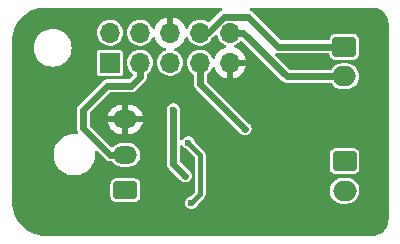
<source format=gbl>
G04 #@! TF.GenerationSoftware,KiCad,Pcbnew,(7.0.0)*
G04 #@! TF.CreationDate,2023-03-25T16:30:21+01:00*
G04 #@! TF.ProjectId,PowerPCB,506f7765-7250-4434-922e-6b696361645f,rev?*
G04 #@! TF.SameCoordinates,Original*
G04 #@! TF.FileFunction,Copper,L2,Bot*
G04 #@! TF.FilePolarity,Positive*
%FSLAX46Y46*%
G04 Gerber Fmt 4.6, Leading zero omitted, Abs format (unit mm)*
G04 Created by KiCad (PCBNEW (7.0.0)) date 2023-03-25 16:30:21*
%MOMM*%
%LPD*%
G01*
G04 APERTURE LIST*
G04 Aperture macros list*
%AMRoundRect*
0 Rectangle with rounded corners*
0 $1 Rounding radius*
0 $2 $3 $4 $5 $6 $7 $8 $9 X,Y pos of 4 corners*
0 Add a 4 corners polygon primitive as box body*
4,1,4,$2,$3,$4,$5,$6,$7,$8,$9,$2,$3,0*
0 Add four circle primitives for the rounded corners*
1,1,$1+$1,$2,$3*
1,1,$1+$1,$4,$5*
1,1,$1+$1,$6,$7*
1,1,$1+$1,$8,$9*
0 Add four rect primitives between the rounded corners*
20,1,$1+$1,$2,$3,$4,$5,0*
20,1,$1+$1,$4,$5,$6,$7,0*
20,1,$1+$1,$6,$7,$8,$9,0*
20,1,$1+$1,$8,$9,$2,$3,0*%
G04 Aperture macros list end*
G04 #@! TA.AperFunction,ComponentPad*
%ADD10RoundRect,0.250000X-0.750000X0.600000X-0.750000X-0.600000X0.750000X-0.600000X0.750000X0.600000X0*%
G04 #@! TD*
G04 #@! TA.AperFunction,ComponentPad*
%ADD11O,2.000000X1.700000*%
G04 #@! TD*
G04 #@! TA.AperFunction,ComponentPad*
%ADD12RoundRect,0.250001X0.759999X-0.499999X0.759999X0.499999X-0.759999X0.499999X-0.759999X-0.499999X0*%
G04 #@! TD*
G04 #@! TA.AperFunction,ComponentPad*
%ADD13O,2.020000X1.500000*%
G04 #@! TD*
G04 #@! TA.AperFunction,ComponentPad*
%ADD14R,1.700000X1.700000*%
G04 #@! TD*
G04 #@! TA.AperFunction,ComponentPad*
%ADD15O,1.700000X1.700000*%
G04 #@! TD*
G04 #@! TA.AperFunction,ViaPad*
%ADD16C,0.600000*%
G04 #@! TD*
G04 #@! TA.AperFunction,Conductor*
%ADD17C,0.600000*%
G04 #@! TD*
G04 #@! TA.AperFunction,Conductor*
%ADD18C,0.400000*%
G04 #@! TD*
G04 APERTURE END LIST*
D10*
X128211000Y-57094000D03*
D11*
X128210999Y-59593999D03*
D12*
X109654000Y-59566000D03*
D13*
X109653999Y-56565999D03*
X109653999Y-53565999D03*
D10*
X128194000Y-47422000D03*
D11*
X128193999Y-49921999D03*
D14*
X108369999Y-48769999D03*
D15*
X108369999Y-46229999D03*
X110909999Y-48769999D03*
X110909999Y-46229999D03*
X113449999Y-48769999D03*
X113449999Y-46229999D03*
X115989999Y-48769999D03*
X115989999Y-46229999D03*
X118529999Y-48769999D03*
X118529999Y-46229999D03*
D16*
X120047250Y-55804000D03*
X117272000Y-58500000D03*
X114732000Y-58344000D03*
X113716000Y-52756000D03*
X119793250Y-54355250D03*
X114986000Y-55550000D03*
X115240000Y-60630000D03*
D17*
X113716000Y-52756000D02*
X113716000Y-57328000D01*
X113716000Y-57328000D02*
X114732000Y-58344000D01*
X110160000Y-50724000D02*
X110910000Y-49974000D01*
X110910000Y-49974000D02*
X110910000Y-48770000D01*
X109654000Y-56566000D02*
X108382000Y-56566000D01*
X108382000Y-56566000D02*
X106096000Y-54280000D01*
X108128000Y-50724000D02*
X110160000Y-50724000D01*
X106096000Y-52756000D02*
X108128000Y-50724000D01*
X106096000Y-54280000D02*
X106096000Y-52756000D01*
X113450000Y-48770000D02*
X113655370Y-48770000D01*
X115990000Y-50552000D02*
X119793250Y-54355250D01*
X115990000Y-48770000D02*
X115990000Y-50552000D01*
X122606000Y-47422000D02*
X128194000Y-47422000D01*
X117970811Y-44880000D02*
X120064000Y-44880000D01*
X120064000Y-44880000D02*
X122606000Y-47422000D01*
X116620811Y-46230000D02*
X117970811Y-44880000D01*
X115990000Y-46230000D02*
X116620811Y-46230000D01*
X118530000Y-46230000D02*
X119636000Y-46230000D01*
X123328000Y-49922000D02*
X128194000Y-49922000D01*
X119636000Y-46230000D02*
X123328000Y-49922000D01*
D18*
X114986000Y-55550000D02*
X116002000Y-56566000D01*
X116002000Y-59868000D02*
X115240000Y-60630000D01*
X116002000Y-56566000D02*
X116002000Y-59868000D01*
G04 #@! TA.AperFunction,Conductor*
G36*
X117799182Y-44138495D02*
G01*
X117844898Y-44188461D01*
X117857543Y-44254995D01*
X117833344Y-44318249D01*
X117779520Y-44359355D01*
X117775198Y-44361059D01*
X117766959Y-44363067D01*
X117759568Y-44367222D01*
X117759564Y-44367224D01*
X117731144Y-44383203D01*
X117719780Y-44388847D01*
X117689872Y-44401839D01*
X117689866Y-44401842D01*
X117682091Y-44405220D01*
X117675515Y-44410569D01*
X117675513Y-44410571D01*
X117668169Y-44416546D01*
X117650694Y-44428439D01*
X117642446Y-44433076D01*
X117642438Y-44433081D01*
X117635052Y-44437235D01*
X117629061Y-44443225D01*
X117629050Y-44443234D01*
X117605994Y-44466290D01*
X117596574Y-44474792D01*
X117587138Y-44482469D01*
X117564703Y-44500722D01*
X117559816Y-44507644D01*
X117559813Y-44507648D01*
X117554350Y-44515388D01*
X117540731Y-44531554D01*
X116767628Y-45304657D01*
X116721159Y-45333927D01*
X116666606Y-45340256D01*
X116614670Y-45322403D01*
X116487511Y-45243670D01*
X116487512Y-45243670D01*
X116482637Y-45240652D01*
X116477294Y-45238582D01*
X116297803Y-45169047D01*
X116297798Y-45169045D01*
X116292456Y-45166976D01*
X116286818Y-45165922D01*
X116097605Y-45130552D01*
X116097602Y-45130551D01*
X116091976Y-45129500D01*
X115888024Y-45129500D01*
X115882398Y-45130551D01*
X115882394Y-45130552D01*
X115693181Y-45165922D01*
X115693178Y-45165922D01*
X115687544Y-45166976D01*
X115682203Y-45169044D01*
X115682196Y-45169047D01*
X115502705Y-45238582D01*
X115502700Y-45238584D01*
X115497363Y-45240652D01*
X115492491Y-45243668D01*
X115492488Y-45243670D01*
X115328830Y-45345002D01*
X115328822Y-45345007D01*
X115323959Y-45348019D01*
X115319728Y-45351875D01*
X115319724Y-45351879D01*
X115177476Y-45481554D01*
X115177466Y-45481564D01*
X115173236Y-45485421D01*
X115169787Y-45489987D01*
X115169778Y-45489998D01*
X115053779Y-45643607D01*
X115053776Y-45643611D01*
X115050327Y-45648179D01*
X115047772Y-45653309D01*
X115047772Y-45653310D01*
X114963183Y-45823188D01*
X114924759Y-45868459D01*
X114869693Y-45890675D01*
X114810611Y-45884741D01*
X114761063Y-45852019D01*
X114732408Y-45800011D01*
X114724831Y-45771736D01*
X114721143Y-45761602D01*
X114625889Y-45557332D01*
X114620491Y-45547982D01*
X114491215Y-45363357D01*
X114484280Y-45355092D01*
X114324909Y-45195721D01*
X114316643Y-45188784D01*
X114132008Y-45059501D01*
X114122676Y-45054113D01*
X113918397Y-44958856D01*
X113908263Y-44955168D01*
X113713780Y-44903056D01*
X113702551Y-44902688D01*
X113700000Y-44913631D01*
X113700000Y-46356000D01*
X113683387Y-46418000D01*
X113638000Y-46463387D01*
X113576000Y-46480000D01*
X113324000Y-46480000D01*
X113262000Y-46463387D01*
X113216613Y-46418000D01*
X113200000Y-46356000D01*
X113200000Y-44913631D01*
X113197448Y-44902688D01*
X113186219Y-44903056D01*
X112991736Y-44955168D01*
X112981602Y-44958856D01*
X112777332Y-45054110D01*
X112767982Y-45059508D01*
X112583357Y-45188784D01*
X112575092Y-45195719D01*
X112415719Y-45355092D01*
X112408784Y-45363357D01*
X112279508Y-45547982D01*
X112274110Y-45557332D01*
X112178856Y-45761602D01*
X112175166Y-45771740D01*
X112167590Y-45800014D01*
X112138935Y-45852021D01*
X112089385Y-45884742D01*
X112030304Y-45890674D01*
X111975239Y-45868458D01*
X111936818Y-45823192D01*
X111849673Y-45648179D01*
X111781069Y-45557332D01*
X111730221Y-45489998D01*
X111730217Y-45489994D01*
X111726764Y-45485421D01*
X111722527Y-45481558D01*
X111722523Y-45481554D01*
X111580275Y-45351879D01*
X111580276Y-45351879D01*
X111576041Y-45348019D01*
X111571171Y-45345004D01*
X111571169Y-45345002D01*
X111407511Y-45243670D01*
X111407512Y-45243670D01*
X111402637Y-45240652D01*
X111397294Y-45238582D01*
X111217803Y-45169047D01*
X111217798Y-45169045D01*
X111212456Y-45166976D01*
X111206818Y-45165922D01*
X111017605Y-45130552D01*
X111017602Y-45130551D01*
X111011976Y-45129500D01*
X110808024Y-45129500D01*
X110802398Y-45130551D01*
X110802394Y-45130552D01*
X110613181Y-45165922D01*
X110613178Y-45165922D01*
X110607544Y-45166976D01*
X110602203Y-45169044D01*
X110602196Y-45169047D01*
X110422705Y-45238582D01*
X110422700Y-45238584D01*
X110417363Y-45240652D01*
X110412491Y-45243668D01*
X110412488Y-45243670D01*
X110248830Y-45345002D01*
X110248822Y-45345007D01*
X110243959Y-45348019D01*
X110239728Y-45351875D01*
X110239724Y-45351879D01*
X110097476Y-45481554D01*
X110097466Y-45481564D01*
X110093236Y-45485421D01*
X110089787Y-45489987D01*
X110089778Y-45489998D01*
X109973779Y-45643607D01*
X109973776Y-45643611D01*
X109970327Y-45648179D01*
X109967777Y-45653301D01*
X109967772Y-45653309D01*
X109883183Y-45823188D01*
X109879418Y-45830750D01*
X109877850Y-45836258D01*
X109877847Y-45836268D01*
X109825173Y-46021395D01*
X109825170Y-46021406D01*
X109823603Y-46026917D01*
X109804785Y-46230000D01*
X109805314Y-46235709D01*
X109818230Y-46375104D01*
X109823603Y-46433083D01*
X109825171Y-46438594D01*
X109825173Y-46438604D01*
X109877847Y-46623731D01*
X109877849Y-46623737D01*
X109879418Y-46629250D01*
X109970327Y-46811821D01*
X109973779Y-46816392D01*
X110089778Y-46970001D01*
X110089783Y-46970006D01*
X110093236Y-46974579D01*
X110097472Y-46978440D01*
X110097476Y-46978445D01*
X110199227Y-47071203D01*
X110243959Y-47111981D01*
X110417363Y-47219348D01*
X110607544Y-47293024D01*
X110808024Y-47330500D01*
X111006247Y-47330500D01*
X111011976Y-47330500D01*
X111212456Y-47293024D01*
X111402637Y-47219348D01*
X111576041Y-47111981D01*
X111726764Y-46974579D01*
X111849673Y-46811821D01*
X111936820Y-46636805D01*
X111975239Y-46591541D01*
X112030305Y-46569325D01*
X112089386Y-46575258D01*
X112138935Y-46607979D01*
X112167590Y-46659985D01*
X112175167Y-46688260D01*
X112178856Y-46698397D01*
X112274113Y-46902676D01*
X112279501Y-46912008D01*
X112408784Y-47096643D01*
X112415721Y-47104909D01*
X112575090Y-47264278D01*
X112583356Y-47271215D01*
X112767991Y-47400498D01*
X112777323Y-47405886D01*
X112981602Y-47501143D01*
X112991738Y-47504832D01*
X113025583Y-47513901D01*
X113079260Y-47544125D01*
X113111770Y-47596449D01*
X113115089Y-47657961D01*
X113088398Y-47713479D01*
X113038284Y-47749303D01*
X112962705Y-47778582D01*
X112962700Y-47778584D01*
X112957363Y-47780652D01*
X112952491Y-47783668D01*
X112952488Y-47783670D01*
X112788830Y-47885002D01*
X112788822Y-47885007D01*
X112783959Y-47888019D01*
X112779728Y-47891875D01*
X112779724Y-47891879D01*
X112637476Y-48021554D01*
X112637466Y-48021564D01*
X112633236Y-48025421D01*
X112629787Y-48029987D01*
X112629778Y-48029998D01*
X112513779Y-48183607D01*
X112513776Y-48183611D01*
X112510327Y-48188179D01*
X112507777Y-48193301D01*
X112507772Y-48193309D01*
X112423183Y-48363188D01*
X112419418Y-48370750D01*
X112417850Y-48376258D01*
X112417847Y-48376268D01*
X112365173Y-48561395D01*
X112365170Y-48561406D01*
X112363603Y-48566917D01*
X112363073Y-48572627D01*
X112363073Y-48572632D01*
X112356460Y-48644000D01*
X112344785Y-48770000D01*
X112345314Y-48775709D01*
X112360776Y-48942582D01*
X112363603Y-48973083D01*
X112365171Y-48978594D01*
X112365173Y-48978604D01*
X112417847Y-49163731D01*
X112417849Y-49163737D01*
X112419418Y-49169250D01*
X112510327Y-49351821D01*
X112525188Y-49371500D01*
X112629778Y-49510001D01*
X112629783Y-49510006D01*
X112633236Y-49514579D01*
X112637472Y-49518440D01*
X112637476Y-49518445D01*
X112739227Y-49611203D01*
X112783959Y-49651981D01*
X112957363Y-49759348D01*
X113147544Y-49833024D01*
X113348024Y-49870500D01*
X113546247Y-49870500D01*
X113551976Y-49870500D01*
X113752456Y-49833024D01*
X113942637Y-49759348D01*
X114116041Y-49651981D01*
X114266764Y-49514579D01*
X114389673Y-49351821D01*
X114480582Y-49169250D01*
X114536397Y-48973083D01*
X114555215Y-48770000D01*
X114536397Y-48566917D01*
X114522171Y-48516920D01*
X114482152Y-48376268D01*
X114480582Y-48370750D01*
X114389673Y-48188179D01*
X114300332Y-48069872D01*
X114270221Y-48029998D01*
X114270217Y-48029994D01*
X114266764Y-48025421D01*
X114262527Y-48021558D01*
X114262523Y-48021554D01*
X114120275Y-47891879D01*
X114120276Y-47891879D01*
X114116041Y-47888019D01*
X114111171Y-47885004D01*
X114111169Y-47885002D01*
X113947511Y-47783670D01*
X113947512Y-47783670D01*
X113942637Y-47780652D01*
X113861714Y-47749302D01*
X113811601Y-47713479D01*
X113784910Y-47657961D01*
X113788229Y-47596449D01*
X113820739Y-47544124D01*
X113874417Y-47513901D01*
X113908258Y-47504833D01*
X113918397Y-47501143D01*
X114122676Y-47405886D01*
X114132008Y-47400498D01*
X114316643Y-47271215D01*
X114324909Y-47264278D01*
X114484278Y-47104909D01*
X114491215Y-47096643D01*
X114620498Y-46912008D01*
X114625886Y-46902676D01*
X114721143Y-46698397D01*
X114724832Y-46688261D01*
X114732408Y-46659989D01*
X114761062Y-46607981D01*
X114810611Y-46575258D01*
X114869693Y-46569324D01*
X114924759Y-46591540D01*
X114963182Y-46636810D01*
X115050327Y-46811821D01*
X115053779Y-46816392D01*
X115169778Y-46970001D01*
X115169783Y-46970006D01*
X115173236Y-46974579D01*
X115177472Y-46978440D01*
X115177476Y-46978445D01*
X115279227Y-47071203D01*
X115323959Y-47111981D01*
X115497363Y-47219348D01*
X115687544Y-47293024D01*
X115888024Y-47330500D01*
X116086247Y-47330500D01*
X116091976Y-47330500D01*
X116292456Y-47293024D01*
X116482637Y-47219348D01*
X116656041Y-47111981D01*
X116806764Y-46974579D01*
X116929673Y-46811821D01*
X117020582Y-46629250D01*
X117022154Y-46623722D01*
X117023165Y-46621114D01*
X117051111Y-46578223D01*
X117239613Y-46389721D01*
X117294737Y-46357754D01*
X117358462Y-46357386D01*
X117413954Y-46388716D01*
X117446558Y-46443469D01*
X117497847Y-46623731D01*
X117497849Y-46623737D01*
X117499418Y-46629250D01*
X117590327Y-46811821D01*
X117593779Y-46816392D01*
X117709778Y-46970001D01*
X117709783Y-46970006D01*
X117713236Y-46974579D01*
X117717472Y-46978440D01*
X117717476Y-46978445D01*
X117819227Y-47071203D01*
X117863959Y-47111981D01*
X118037363Y-47219348D01*
X118042704Y-47221417D01*
X118042708Y-47221419D01*
X118042711Y-47221420D01*
X118118284Y-47250696D01*
X118168397Y-47286519D01*
X118195088Y-47342036D01*
X118191771Y-47403548D01*
X118159262Y-47455872D01*
X118105586Y-47486097D01*
X118071742Y-47495166D01*
X118061602Y-47498856D01*
X117857332Y-47594110D01*
X117847982Y-47599508D01*
X117663357Y-47728784D01*
X117655092Y-47735719D01*
X117495719Y-47895092D01*
X117488784Y-47903357D01*
X117359508Y-48087982D01*
X117354110Y-48097332D01*
X117258856Y-48301602D01*
X117255166Y-48311740D01*
X117247590Y-48340014D01*
X117218935Y-48392021D01*
X117169385Y-48424742D01*
X117110304Y-48430674D01*
X117055239Y-48408458D01*
X117016818Y-48363192D01*
X116929673Y-48188179D01*
X116840332Y-48069872D01*
X116810221Y-48029998D01*
X116810217Y-48029994D01*
X116806764Y-48025421D01*
X116802527Y-48021558D01*
X116802523Y-48021554D01*
X116660275Y-47891879D01*
X116660276Y-47891879D01*
X116656041Y-47888019D01*
X116651171Y-47885004D01*
X116651169Y-47885002D01*
X116487511Y-47783670D01*
X116487512Y-47783670D01*
X116482637Y-47780652D01*
X116477294Y-47778582D01*
X116297803Y-47709047D01*
X116297798Y-47709045D01*
X116292456Y-47706976D01*
X116206029Y-47690820D01*
X116097605Y-47670552D01*
X116097602Y-47670551D01*
X116091976Y-47669500D01*
X115888024Y-47669500D01*
X115882398Y-47670551D01*
X115882394Y-47670552D01*
X115693181Y-47705922D01*
X115693178Y-47705922D01*
X115687544Y-47706976D01*
X115682203Y-47709044D01*
X115682196Y-47709047D01*
X115502705Y-47778582D01*
X115502700Y-47778584D01*
X115497363Y-47780652D01*
X115492491Y-47783668D01*
X115492488Y-47783670D01*
X115328830Y-47885002D01*
X115328822Y-47885007D01*
X115323959Y-47888019D01*
X115319728Y-47891875D01*
X115319724Y-47891879D01*
X115177476Y-48021554D01*
X115177466Y-48021564D01*
X115173236Y-48025421D01*
X115169787Y-48029987D01*
X115169778Y-48029998D01*
X115053779Y-48183607D01*
X115053776Y-48183611D01*
X115050327Y-48188179D01*
X115047777Y-48193301D01*
X115047772Y-48193309D01*
X114963183Y-48363188D01*
X114959418Y-48370750D01*
X114957850Y-48376258D01*
X114957847Y-48376268D01*
X114905173Y-48561395D01*
X114905170Y-48561406D01*
X114903603Y-48566917D01*
X114903073Y-48572627D01*
X114903073Y-48572632D01*
X114896460Y-48644000D01*
X114884785Y-48770000D01*
X114885314Y-48775709D01*
X114900776Y-48942582D01*
X114903603Y-48973083D01*
X114905171Y-48978594D01*
X114905173Y-48978604D01*
X114957847Y-49163731D01*
X114957849Y-49163737D01*
X114959418Y-49169250D01*
X115050327Y-49351821D01*
X115065188Y-49371500D01*
X115169778Y-49510001D01*
X115169783Y-49510006D01*
X115173236Y-49514579D01*
X115177472Y-49518440D01*
X115177476Y-49518445D01*
X115279227Y-49611203D01*
X115323959Y-49651981D01*
X115328826Y-49654994D01*
X115328828Y-49654996D01*
X115380778Y-49687162D01*
X115423829Y-49732250D01*
X115439500Y-49792589D01*
X115439500Y-50540478D01*
X115439428Y-50544711D01*
X115437527Y-50600347D01*
X115437527Y-50600351D01*
X115437238Y-50608826D01*
X115446965Y-50648744D01*
X115449334Y-50661208D01*
X115453774Y-50693514D01*
X115453775Y-50693518D01*
X115454930Y-50701920D01*
X115458309Y-50709699D01*
X115462080Y-50718380D01*
X115468818Y-50738416D01*
X115473067Y-50755852D01*
X115477221Y-50763241D01*
X115477222Y-50763242D01*
X115493207Y-50791672D01*
X115498849Y-50803033D01*
X115515220Y-50840720D01*
X115520570Y-50847296D01*
X115520572Y-50847299D01*
X115526540Y-50854634D01*
X115538438Y-50872116D01*
X115547234Y-50887759D01*
X115553233Y-50893757D01*
X115553233Y-50893758D01*
X115576286Y-50916811D01*
X115584793Y-50926237D01*
X115605365Y-50951524D01*
X115605367Y-50951526D01*
X115610722Y-50958108D01*
X115617654Y-50963001D01*
X115617656Y-50963003D01*
X115625379Y-50968454D01*
X115641552Y-50982077D01*
X119372729Y-54713254D01*
X119383423Y-54725448D01*
X119391270Y-54735675D01*
X119400629Y-54747871D01*
X119428722Y-54769427D01*
X119429716Y-54770241D01*
X119430616Y-54771141D01*
X119433329Y-54773198D01*
X119433336Y-54773204D01*
X119459243Y-54792849D01*
X119459806Y-54793279D01*
X119515625Y-54836111D01*
X119517096Y-54836720D01*
X119520908Y-54839611D01*
X119585986Y-54865274D01*
X119587948Y-54866068D01*
X119622138Y-54880229D01*
X119649541Y-54891580D01*
X119654274Y-54892203D01*
X119661686Y-54895126D01*
X119727463Y-54901887D01*
X119730866Y-54902286D01*
X119793250Y-54910500D01*
X119799416Y-54909688D01*
X119801702Y-54909805D01*
X119803779Y-54909734D01*
X119812222Y-54910602D01*
X119873597Y-54900018D01*
X119878466Y-54899279D01*
X119936959Y-54891580D01*
X119944476Y-54888465D01*
X119946001Y-54888057D01*
X119951024Y-54886953D01*
X119952977Y-54886333D01*
X119961351Y-54884890D01*
X120014118Y-54859794D01*
X120019890Y-54857229D01*
X120070875Y-54836111D01*
X120077319Y-54831165D01*
X120084362Y-54827100D01*
X120084516Y-54827367D01*
X120090345Y-54823542D01*
X120098012Y-54819897D01*
X120139162Y-54784014D01*
X120145114Y-54779143D01*
X120185871Y-54747871D01*
X120190819Y-54741421D01*
X120196566Y-54735675D01*
X120196602Y-54735711D01*
X120205307Y-54726442D01*
X120205676Y-54726018D01*
X120212071Y-54720443D01*
X120239900Y-54678012D01*
X120245180Y-54670577D01*
X120274111Y-54632875D01*
X120277529Y-54624622D01*
X120288413Y-54604050D01*
X120288697Y-54603615D01*
X120295068Y-54593904D01*
X120309256Y-54549196D01*
X120312871Y-54539296D01*
X120329580Y-54498959D01*
X120331251Y-54486264D01*
X120336001Y-54464929D01*
X120340846Y-54449666D01*
X120342314Y-54406672D01*
X120343303Y-54394718D01*
X120344858Y-54382913D01*
X120348500Y-54355250D01*
X120346322Y-54338717D01*
X120345334Y-54318284D01*
X120345723Y-54306903D01*
X120346013Y-54298424D01*
X120339746Y-54272711D01*
X120336737Y-54260363D01*
X120334274Y-54247206D01*
X120329580Y-54211541D01*
X120321716Y-54192558D01*
X120315806Y-54174475D01*
X120310183Y-54151398D01*
X120306023Y-54143999D01*
X120292877Y-54120618D01*
X120286400Y-54107294D01*
X120277222Y-54085136D01*
X120274111Y-54077625D01*
X120259253Y-54058261D01*
X120249545Y-54043551D01*
X120240173Y-54026883D01*
X120240170Y-54026879D01*
X120236016Y-54019491D01*
X120213771Y-53997246D01*
X120203076Y-53985051D01*
X120190817Y-53969075D01*
X120185871Y-53962629D01*
X120163448Y-53945423D01*
X120151254Y-53934729D01*
X116576819Y-50360294D01*
X116549939Y-50320066D01*
X116540500Y-50272613D01*
X116540500Y-49792589D01*
X116556171Y-49732250D01*
X116599222Y-49687162D01*
X116649734Y-49655886D01*
X116656041Y-49651981D01*
X116806764Y-49514579D01*
X116929673Y-49351821D01*
X117016820Y-49176805D01*
X117055239Y-49131541D01*
X117110305Y-49109325D01*
X117169386Y-49115258D01*
X117218935Y-49147979D01*
X117247590Y-49199985D01*
X117255167Y-49228260D01*
X117258856Y-49238397D01*
X117354113Y-49442676D01*
X117359501Y-49452008D01*
X117488784Y-49636643D01*
X117495721Y-49644909D01*
X117655090Y-49804278D01*
X117663356Y-49811215D01*
X117847991Y-49940498D01*
X117857323Y-49945886D01*
X118061602Y-50041143D01*
X118071736Y-50044831D01*
X118266219Y-50096943D01*
X118277448Y-50097311D01*
X118280000Y-50086369D01*
X118780000Y-50086369D01*
X118782551Y-50097311D01*
X118793780Y-50096943D01*
X118988263Y-50044831D01*
X118998397Y-50041143D01*
X119202676Y-49945886D01*
X119212008Y-49940498D01*
X119396643Y-49811215D01*
X119404909Y-49804278D01*
X119564278Y-49644909D01*
X119571215Y-49636643D01*
X119700498Y-49452008D01*
X119705886Y-49442676D01*
X119801143Y-49238397D01*
X119804831Y-49228263D01*
X119856943Y-49033780D01*
X119857311Y-49022551D01*
X119846369Y-49020000D01*
X118796326Y-49020000D01*
X118783450Y-49023450D01*
X118780000Y-49036326D01*
X118780000Y-50086369D01*
X118280000Y-50086369D01*
X118280000Y-48644000D01*
X118296613Y-48582000D01*
X118342000Y-48536613D01*
X118404000Y-48520000D01*
X119846369Y-48520000D01*
X119857311Y-48517448D01*
X119856943Y-48506219D01*
X119804831Y-48311736D01*
X119801143Y-48301602D01*
X119705889Y-48097332D01*
X119700491Y-48087982D01*
X119571215Y-47903357D01*
X119564280Y-47895092D01*
X119404909Y-47735721D01*
X119396643Y-47728784D01*
X119212008Y-47599501D01*
X119202676Y-47594113D01*
X118998397Y-47498856D01*
X118988255Y-47495165D01*
X118954414Y-47486097D01*
X118900737Y-47455873D01*
X118868228Y-47403548D01*
X118864911Y-47342036D01*
X118891603Y-47286518D01*
X118941715Y-47250696D01*
X119022637Y-47219348D01*
X119196041Y-47111981D01*
X119346764Y-46974579D01*
X119370729Y-46942843D01*
X119426675Y-46901267D01*
X119496211Y-46896441D01*
X119557364Y-46929889D01*
X122930579Y-50303103D01*
X122933521Y-50306147D01*
X122971529Y-50346844D01*
X122971531Y-50346845D01*
X122977320Y-50353044D01*
X123007540Y-50371421D01*
X123012419Y-50374388D01*
X123022917Y-50381533D01*
X123055657Y-50406361D01*
X123072351Y-50412944D01*
X123091291Y-50422351D01*
X123106618Y-50431672D01*
X123143096Y-50441892D01*
X123146177Y-50442756D01*
X123158214Y-50446804D01*
X123188542Y-50458764D01*
X123188545Y-50458764D01*
X123196435Y-50461876D01*
X123214284Y-50463710D01*
X123235056Y-50467658D01*
X123252335Y-50472500D01*
X123293425Y-50472500D01*
X123306104Y-50473149D01*
X123346971Y-50477351D01*
X123364650Y-50474302D01*
X123385718Y-50472500D01*
X127021074Y-50472500D01*
X127077894Y-50486284D01*
X127122078Y-50524569D01*
X127208514Y-50645952D01*
X127212791Y-50650030D01*
X127315136Y-50747616D01*
X127360622Y-50790986D01*
X127537428Y-50904613D01*
X127542911Y-50906808D01*
X127542913Y-50906809D01*
X127712183Y-50974574D01*
X127732543Y-50982725D01*
X127938915Y-51022500D01*
X128393471Y-51022500D01*
X128396425Y-51022500D01*
X128553218Y-51007528D01*
X128754875Y-50948316D01*
X128941682Y-50852011D01*
X129106886Y-50722092D01*
X129244519Y-50563256D01*
X129349604Y-50381244D01*
X129418344Y-50182633D01*
X129448254Y-49974602D01*
X129438254Y-49764670D01*
X129436230Y-49756329D01*
X129426869Y-49717740D01*
X129388704Y-49560424D01*
X129301396Y-49369247D01*
X129179486Y-49198048D01*
X129062040Y-49086064D01*
X129031651Y-49057088D01*
X129031649Y-49057086D01*
X129027378Y-49053014D01*
X128928210Y-48989282D01*
X128855544Y-48942582D01*
X128855541Y-48942580D01*
X128850572Y-48939387D01*
X128845092Y-48937193D01*
X128845086Y-48937190D01*
X128660939Y-48863469D01*
X128660932Y-48863467D01*
X128655457Y-48861275D01*
X128649662Y-48860158D01*
X128649655Y-48860156D01*
X128454882Y-48822617D01*
X128454879Y-48822616D01*
X128449085Y-48821500D01*
X127991575Y-48821500D01*
X127988646Y-48821779D01*
X127988639Y-48821780D01*
X127840662Y-48835910D01*
X127840656Y-48835911D01*
X127834782Y-48836472D01*
X127829112Y-48838136D01*
X127829111Y-48838137D01*
X127638787Y-48894021D01*
X127638782Y-48894022D01*
X127633125Y-48895684D01*
X127627884Y-48898385D01*
X127627881Y-48898387D01*
X127451568Y-48989282D01*
X127451564Y-48989284D01*
X127446318Y-48991989D01*
X127441676Y-48995638D01*
X127441672Y-48995642D01*
X127285759Y-49118254D01*
X127285752Y-49118260D01*
X127281114Y-49121908D01*
X127277250Y-49126367D01*
X127277245Y-49126372D01*
X127188956Y-49228263D01*
X127143481Y-49280744D01*
X127126878Y-49309500D01*
X127081492Y-49354887D01*
X127019492Y-49371500D01*
X123607386Y-49371500D01*
X123559933Y-49362061D01*
X123519705Y-49335181D01*
X122352068Y-48167544D01*
X122320121Y-48112501D01*
X122319687Y-48048861D01*
X122350879Y-47993387D01*
X122405481Y-47960692D01*
X122468177Y-47959408D01*
X122474436Y-47961876D01*
X122492278Y-47963710D01*
X122513051Y-47967657D01*
X122530335Y-47972500D01*
X122571418Y-47972500D01*
X122584098Y-47973149D01*
X122624972Y-47977352D01*
X122642655Y-47974303D01*
X122663725Y-47972500D01*
X126821649Y-47972500D01*
X126879777Y-47986969D01*
X126924340Y-48026998D01*
X126944939Y-48083247D01*
X126949079Y-48121768D01*
X126949080Y-48121773D01*
X126949909Y-48129483D01*
X126952619Y-48136749D01*
X126952620Y-48136753D01*
X126985294Y-48224354D01*
X127000204Y-48264331D01*
X127086454Y-48379546D01*
X127201669Y-48465796D01*
X127336517Y-48516091D01*
X127396127Y-48522500D01*
X128991872Y-48522499D01*
X129051483Y-48516091D01*
X129186331Y-48465796D01*
X129301546Y-48379546D01*
X129387796Y-48264331D01*
X129438091Y-48129483D01*
X129444500Y-48069873D01*
X129444499Y-46774128D01*
X129438091Y-46714517D01*
X129387796Y-46579669D01*
X129301546Y-46464454D01*
X129186331Y-46378204D01*
X129051483Y-46327909D01*
X129043770Y-46327079D01*
X129043767Y-46327079D01*
X128995180Y-46321855D01*
X128995169Y-46321854D01*
X128991873Y-46321500D01*
X128988550Y-46321500D01*
X127399439Y-46321500D01*
X127399420Y-46321500D01*
X127396128Y-46321501D01*
X127392850Y-46321853D01*
X127392838Y-46321854D01*
X127344231Y-46327079D01*
X127344225Y-46327080D01*
X127336517Y-46327909D01*
X127329252Y-46330618D01*
X127329246Y-46330620D01*
X127209980Y-46375104D01*
X127209978Y-46375104D01*
X127201669Y-46378204D01*
X127194572Y-46383516D01*
X127194568Y-46383519D01*
X127093550Y-46459141D01*
X127093546Y-46459144D01*
X127086454Y-46464454D01*
X127081144Y-46471546D01*
X127081141Y-46471550D01*
X127005519Y-46572568D01*
X127005516Y-46572572D01*
X127000204Y-46579669D01*
X126997104Y-46587978D01*
X126997104Y-46587980D01*
X126952620Y-46707247D01*
X126952619Y-46707250D01*
X126949909Y-46714517D01*
X126944937Y-46760758D01*
X126924340Y-46817003D01*
X126879777Y-46857032D01*
X126821649Y-46871500D01*
X122885387Y-46871500D01*
X122837934Y-46862061D01*
X122797706Y-46835181D01*
X120461405Y-44498880D01*
X120458493Y-44495868D01*
X120414680Y-44448956D01*
X120407439Y-44444552D01*
X120407431Y-44444546D01*
X120379573Y-44427605D01*
X120369081Y-44420465D01*
X120356033Y-44410571D01*
X120336342Y-44395639D01*
X120328459Y-44392530D01*
X120328450Y-44392525D01*
X120319642Y-44389052D01*
X120300713Y-44379650D01*
X120292631Y-44374735D01*
X120292624Y-44374732D01*
X120285382Y-44370328D01*
X120260659Y-44363400D01*
X120209479Y-44334623D01*
X120177275Y-44285524D01*
X120171271Y-44227115D01*
X120192812Y-44172491D01*
X120237068Y-44133902D01*
X120294116Y-44120000D01*
X130919769Y-44120000D01*
X130967221Y-44129438D01*
X130982294Y-44135682D01*
X131149044Y-44204752D01*
X131166381Y-44213586D01*
X131343672Y-44322230D01*
X131359414Y-44333667D01*
X131517530Y-44468711D01*
X131531288Y-44482469D01*
X131666332Y-44640585D01*
X131677769Y-44656327D01*
X131786413Y-44833618D01*
X131795247Y-44850955D01*
X131874821Y-45043063D01*
X131880834Y-45061569D01*
X131929375Y-45263757D01*
X131932419Y-45282975D01*
X131949118Y-45495146D01*
X131949500Y-45504875D01*
X131949500Y-61995125D01*
X131949118Y-62004854D01*
X131932419Y-62217024D01*
X131929375Y-62236242D01*
X131880834Y-62438430D01*
X131874821Y-62456936D01*
X131795247Y-62649044D01*
X131786413Y-62666381D01*
X131677769Y-62843672D01*
X131666332Y-62859414D01*
X131531288Y-63017530D01*
X131517530Y-63031288D01*
X131359414Y-63166332D01*
X131343672Y-63177769D01*
X131166381Y-63286413D01*
X131149044Y-63295247D01*
X130956936Y-63374821D01*
X130938429Y-63380834D01*
X130772902Y-63420574D01*
X130743956Y-63424000D01*
X102639292Y-63424000D01*
X102618521Y-63422248D01*
X102350542Y-63376716D01*
X102336985Y-63373622D01*
X102032530Y-63285910D01*
X102019406Y-63281317D01*
X101726695Y-63160073D01*
X101714166Y-63154040D01*
X101436860Y-63000778D01*
X101425094Y-62993385D01*
X101166687Y-62810035D01*
X101155825Y-62801372D01*
X100919581Y-62590250D01*
X100909749Y-62580418D01*
X100698627Y-62344174D01*
X100689966Y-62333314D01*
X100506611Y-62074900D01*
X100499221Y-62063139D01*
X100345959Y-61785833D01*
X100339926Y-61773304D01*
X100218682Y-61480593D01*
X100214089Y-61467469D01*
X100127332Y-61166330D01*
X100126376Y-61163012D01*
X100123283Y-61149457D01*
X100115885Y-61105914D01*
X100070210Y-60837094D01*
X100068656Y-60823297D01*
X100050695Y-60503472D01*
X100050500Y-60496519D01*
X100050500Y-60113872D01*
X108393500Y-60113872D01*
X108393854Y-60117168D01*
X108393855Y-60117179D01*
X108399079Y-60165766D01*
X108399909Y-60173482D01*
X108402619Y-60180749D01*
X108402620Y-60180751D01*
X108409836Y-60200097D01*
X108450204Y-60308330D01*
X108455518Y-60315429D01*
X108455519Y-60315430D01*
X108517139Y-60397745D01*
X108536454Y-60423546D01*
X108651670Y-60509796D01*
X108786518Y-60560091D01*
X108846128Y-60566500D01*
X110458550Y-60566500D01*
X110461872Y-60566500D01*
X110521482Y-60560091D01*
X110656330Y-60509796D01*
X110771546Y-60423546D01*
X110857796Y-60308330D01*
X110908091Y-60173482D01*
X110914500Y-60113872D01*
X110914500Y-59018128D01*
X110908091Y-58958518D01*
X110857796Y-58823670D01*
X110771546Y-58708454D01*
X110656330Y-58622204D01*
X110521482Y-58571909D01*
X110513769Y-58571079D01*
X110513766Y-58571079D01*
X110465179Y-58565855D01*
X110465168Y-58565854D01*
X110461872Y-58565500D01*
X108846128Y-58565500D01*
X108842832Y-58565854D01*
X108842820Y-58565855D01*
X108794233Y-58571079D01*
X108794228Y-58571079D01*
X108786518Y-58571909D01*
X108779251Y-58574619D01*
X108779248Y-58574620D01*
X108659981Y-58619104D01*
X108659979Y-58619104D01*
X108651670Y-58622204D01*
X108644572Y-58627516D01*
X108644569Y-58627519D01*
X108543550Y-58703141D01*
X108543546Y-58703144D01*
X108536454Y-58708454D01*
X108531144Y-58715546D01*
X108531141Y-58715550D01*
X108455519Y-58816569D01*
X108455516Y-58816572D01*
X108450204Y-58823670D01*
X108447104Y-58831979D01*
X108447104Y-58831981D01*
X108402620Y-58951248D01*
X108402619Y-58951251D01*
X108399909Y-58958518D01*
X108399079Y-58966228D01*
X108399079Y-58966233D01*
X108393855Y-59014820D01*
X108393854Y-59014832D01*
X108393500Y-59018128D01*
X108393500Y-60113872D01*
X100050500Y-60113872D01*
X100050500Y-56697182D01*
X103583500Y-56697182D01*
X103584189Y-56701754D01*
X103584190Y-56701765D01*
X103621912Y-56952028D01*
X103621913Y-56952035D01*
X103622604Y-56956615D01*
X103623969Y-56961043D01*
X103623971Y-56961048D01*
X103698569Y-57202891D01*
X103698573Y-57202901D01*
X103699937Y-57207323D01*
X103701946Y-57211496D01*
X103701949Y-57211502D01*
X103790058Y-57394461D01*
X103813772Y-57443704D01*
X103961567Y-57660479D01*
X104140019Y-57852805D01*
X104345143Y-58016386D01*
X104572357Y-58147568D01*
X104816584Y-58243420D01*
X105072370Y-58301802D01*
X105268506Y-58316500D01*
X105397177Y-58316500D01*
X105399494Y-58316500D01*
X105595630Y-58301802D01*
X105851416Y-58243420D01*
X106095643Y-58147568D01*
X106322857Y-58016386D01*
X106527981Y-57852805D01*
X106706433Y-57660479D01*
X106854228Y-57443704D01*
X106968063Y-57207323D01*
X107045396Y-56956615D01*
X107084500Y-56697182D01*
X107084500Y-56434818D01*
X107071839Y-56350820D01*
X107078038Y-56289640D01*
X107112869Y-56238960D01*
X107167766Y-56211246D01*
X107229227Y-56213315D01*
X107282135Y-56244659D01*
X107984579Y-56947103D01*
X107987521Y-56950147D01*
X108025530Y-56990845D01*
X108025532Y-56990846D01*
X108031320Y-56997044D01*
X108066430Y-57018394D01*
X108076909Y-57025526D01*
X108109658Y-57050361D01*
X108117551Y-57053473D01*
X108117552Y-57053474D01*
X108126349Y-57056943D01*
X108145281Y-57066345D01*
X108160618Y-57075672D01*
X108197214Y-57085925D01*
X108200181Y-57086757D01*
X108212207Y-57090800D01*
X108250436Y-57105876D01*
X108268278Y-57107710D01*
X108289051Y-57111657D01*
X108306335Y-57116500D01*
X108347418Y-57116500D01*
X108360098Y-57117149D01*
X108400972Y-57121352D01*
X108418655Y-57118303D01*
X108439725Y-57116500D01*
X108489364Y-57116500D01*
X108549544Y-57132083D01*
X108591122Y-57171609D01*
X108591572Y-57171261D01*
X108593844Y-57174196D01*
X108594599Y-57174914D01*
X108595422Y-57176236D01*
X108595425Y-57176240D01*
X108598748Y-57181571D01*
X108738941Y-57329053D01*
X108905951Y-57445295D01*
X109092942Y-57525540D01*
X109292259Y-57566500D01*
X109961600Y-57566500D01*
X109964742Y-57566500D01*
X110116438Y-57551074D01*
X110310588Y-57490159D01*
X110488502Y-57391409D01*
X110642895Y-57258866D01*
X110767448Y-57097958D01*
X110857060Y-56915271D01*
X110908063Y-56718285D01*
X110918369Y-56515064D01*
X110887556Y-56313929D01*
X110816886Y-56123113D01*
X110739576Y-55999079D01*
X110712578Y-55955765D01*
X110712577Y-55955764D01*
X110709252Y-55950429D01*
X110569059Y-55802947D01*
X110402049Y-55686705D01*
X110396275Y-55684227D01*
X110220836Y-55608939D01*
X110220831Y-55608937D01*
X110215058Y-55606460D01*
X110177590Y-55598760D01*
X110021899Y-55566765D01*
X110021894Y-55566764D01*
X110015741Y-55565500D01*
X109343258Y-55565500D01*
X109340147Y-55565816D01*
X109340134Y-55565817D01*
X109197814Y-55580290D01*
X109197811Y-55580290D01*
X109191562Y-55580926D01*
X109185564Y-55582807D01*
X109185563Y-55582808D01*
X109003415Y-55639957D01*
X109003410Y-55639959D01*
X108997412Y-55641841D01*
X108991916Y-55644891D01*
X108991910Y-55644894D01*
X108824997Y-55737538D01*
X108824991Y-55737542D01*
X108819498Y-55740591D01*
X108814733Y-55744680D01*
X108814728Y-55744685D01*
X108669874Y-55869039D01*
X108669869Y-55869043D01*
X108665105Y-55873134D01*
X108661260Y-55878100D01*
X108656954Y-55882631D01*
X108601192Y-55916412D01*
X108536000Y-55917237D01*
X108479401Y-55884877D01*
X107611306Y-55016782D01*
X106682819Y-54088294D01*
X106655939Y-54048066D01*
X106646500Y-54000613D01*
X106646500Y-53833580D01*
X108168830Y-53833580D01*
X108169668Y-53839764D01*
X108172134Y-53850566D01*
X108238223Y-54053970D01*
X108242583Y-54064169D01*
X108343931Y-54252507D01*
X108350035Y-54261752D01*
X108483385Y-54428968D01*
X108491047Y-54436982D01*
X108652106Y-54577695D01*
X108661078Y-54584213D01*
X108844669Y-54693905D01*
X108854667Y-54698719D01*
X109054893Y-54773866D01*
X109065593Y-54776819D01*
X109276012Y-54815004D01*
X109287071Y-54816000D01*
X109387674Y-54816000D01*
X109400549Y-54812549D01*
X109404000Y-54799674D01*
X109904000Y-54799674D01*
X109907450Y-54812549D01*
X109920326Y-54816000D01*
X109967356Y-54816000D01*
X109972896Y-54815751D01*
X110132548Y-54801382D01*
X110143470Y-54799400D01*
X110349622Y-54742505D01*
X110360015Y-54738604D01*
X110552693Y-54645816D01*
X110562223Y-54640122D01*
X110735239Y-54514418D01*
X110743594Y-54507120D01*
X110891388Y-54352539D01*
X110898310Y-54343858D01*
X111016125Y-54165377D01*
X111021380Y-54155613D01*
X111105439Y-53958946D01*
X111108863Y-53948405D01*
X111135975Y-53829622D01*
X111135975Y-53818479D01*
X111125112Y-53816000D01*
X109920326Y-53816000D01*
X109907450Y-53819450D01*
X109904000Y-53832326D01*
X109904000Y-54799674D01*
X109404000Y-54799674D01*
X109404000Y-53832326D01*
X109400549Y-53819450D01*
X109387674Y-53816000D01*
X108184190Y-53816000D01*
X108170895Y-53819884D01*
X108168830Y-53833580D01*
X106646500Y-53833580D01*
X106646500Y-53313521D01*
X108172025Y-53313521D01*
X108182888Y-53316000D01*
X109387674Y-53316000D01*
X109400549Y-53312549D01*
X109404000Y-53299674D01*
X109904000Y-53299674D01*
X109907450Y-53312549D01*
X109920326Y-53316000D01*
X111123810Y-53316000D01*
X111137104Y-53312115D01*
X111139169Y-53298419D01*
X111138331Y-53292235D01*
X111135865Y-53281433D01*
X111069776Y-53078029D01*
X111065416Y-53067830D01*
X110964068Y-52879492D01*
X110957964Y-52870247D01*
X110866855Y-52756000D01*
X113160750Y-52756000D01*
X113161811Y-52764059D01*
X113164439Y-52784020D01*
X113165500Y-52800206D01*
X113165500Y-57316478D01*
X113165428Y-57320711D01*
X113163527Y-57376347D01*
X113163527Y-57376351D01*
X113163238Y-57384826D01*
X113172965Y-57424744D01*
X113175334Y-57437208D01*
X113179774Y-57469514D01*
X113179775Y-57469518D01*
X113180930Y-57477920D01*
X113184309Y-57485699D01*
X113188080Y-57494380D01*
X113194818Y-57514416D01*
X113199067Y-57531852D01*
X113203221Y-57539241D01*
X113203222Y-57539242D01*
X113219207Y-57567672D01*
X113224849Y-57579033D01*
X113241220Y-57616720D01*
X113246570Y-57623296D01*
X113246572Y-57623299D01*
X113252540Y-57630634D01*
X113264438Y-57648116D01*
X113273234Y-57663759D01*
X113279233Y-57669758D01*
X113302286Y-57692811D01*
X113310793Y-57702237D01*
X113331365Y-57727524D01*
X113331367Y-57727526D01*
X113336722Y-57734108D01*
X113343654Y-57739001D01*
X113343656Y-57739003D01*
X113351379Y-57744454D01*
X113367552Y-57758077D01*
X114311479Y-58702004D01*
X114322173Y-58714198D01*
X114333598Y-58729088D01*
X114339379Y-58736621D01*
X114367472Y-58758177D01*
X114368466Y-58758991D01*
X114369366Y-58759891D01*
X114372079Y-58761948D01*
X114372086Y-58761954D01*
X114397993Y-58781599D01*
X114398556Y-58782029D01*
X114454375Y-58824861D01*
X114455846Y-58825470D01*
X114459658Y-58828361D01*
X114524736Y-58854024D01*
X114526698Y-58854818D01*
X114553620Y-58865969D01*
X114588291Y-58880330D01*
X114593024Y-58880953D01*
X114600436Y-58883876D01*
X114666213Y-58890637D01*
X114669616Y-58891036D01*
X114732000Y-58899250D01*
X114738166Y-58898438D01*
X114740452Y-58898555D01*
X114742529Y-58898484D01*
X114750972Y-58899352D01*
X114812347Y-58888768D01*
X114817216Y-58888029D01*
X114875709Y-58880330D01*
X114883226Y-58877215D01*
X114884751Y-58876807D01*
X114889774Y-58875703D01*
X114891727Y-58875083D01*
X114900101Y-58873640D01*
X114952868Y-58848544D01*
X114958640Y-58845979D01*
X115009625Y-58824861D01*
X115016069Y-58819915D01*
X115023112Y-58815850D01*
X115023266Y-58816117D01*
X115029098Y-58812291D01*
X115036762Y-58808647D01*
X115077897Y-58772778D01*
X115083882Y-58767880D01*
X115124621Y-58736621D01*
X115129569Y-58730171D01*
X115135317Y-58724424D01*
X115135354Y-58724461D01*
X115144019Y-58715234D01*
X115144424Y-58714769D01*
X115150821Y-58709192D01*
X115178651Y-58666758D01*
X115183929Y-58659327D01*
X115212861Y-58621625D01*
X115216280Y-58613369D01*
X115227162Y-58592800D01*
X115233817Y-58582654D01*
X115248001Y-58537959D01*
X115251617Y-58528056D01*
X115268330Y-58487709D01*
X115270001Y-58475005D01*
X115274752Y-58453675D01*
X115279596Y-58438416D01*
X115281064Y-58395422D01*
X115282053Y-58383470D01*
X115286189Y-58352058D01*
X115287250Y-58344000D01*
X115285071Y-58327456D01*
X115284083Y-58307036D01*
X115284472Y-58295650D01*
X115284762Y-58287174D01*
X115275486Y-58249113D01*
X115273026Y-58235967D01*
X115268330Y-58200291D01*
X115260465Y-58181304D01*
X115254554Y-58163214D01*
X115252996Y-58156821D01*
X115248933Y-58140148D01*
X115244778Y-58132759D01*
X115244776Y-58132753D01*
X115231627Y-58109368D01*
X115225150Y-58096044D01*
X115215972Y-58073886D01*
X115212861Y-58066375D01*
X115198003Y-58047011D01*
X115188295Y-58032301D01*
X115178923Y-58015633D01*
X115178920Y-58015629D01*
X115174766Y-58008241D01*
X115152520Y-57985995D01*
X115141826Y-57973801D01*
X115129567Y-57957825D01*
X115124621Y-57951379D01*
X115102198Y-57934173D01*
X115090004Y-57923479D01*
X114302819Y-57136294D01*
X114275939Y-57096066D01*
X114266500Y-57048613D01*
X114266500Y-55874889D01*
X114284765Y-55810111D01*
X114334180Y-55764417D01*
X114400186Y-55751268D01*
X114463339Y-55774537D01*
X114495074Y-55814749D01*
X114497967Y-55813080D01*
X114502028Y-55820115D01*
X114505139Y-55827625D01*
X114510084Y-55834069D01*
X114510085Y-55834071D01*
X114579610Y-55924677D01*
X114593379Y-55942621D01*
X114708375Y-56030861D01*
X114842291Y-56086330D01*
X114850353Y-56087391D01*
X114858200Y-56089494D01*
X114858116Y-56089805D01*
X114888661Y-56099071D01*
X114921499Y-56122603D01*
X115220675Y-56421779D01*
X115515181Y-56716284D01*
X115542061Y-56756512D01*
X115551500Y-56803965D01*
X115551500Y-59630035D01*
X115542061Y-59677488D01*
X115515181Y-59717716D01*
X115175499Y-60057396D01*
X115142666Y-60080925D01*
X115112116Y-60090194D01*
X115112200Y-60090506D01*
X115104352Y-60092608D01*
X115096291Y-60093670D01*
X115088781Y-60096780D01*
X115088776Y-60096782D01*
X114969885Y-60146028D01*
X114969883Y-60146029D01*
X114962375Y-60149139D01*
X114955933Y-60154082D01*
X114955928Y-60154085D01*
X114853821Y-60232435D01*
X114853817Y-60232438D01*
X114847379Y-60237379D01*
X114842438Y-60243817D01*
X114842435Y-60243821D01*
X114764085Y-60345928D01*
X114764082Y-60345933D01*
X114759139Y-60352375D01*
X114756029Y-60359883D01*
X114756028Y-60359885D01*
X114706782Y-60478776D01*
X114706780Y-60478781D01*
X114703670Y-60486291D01*
X114702609Y-60494348D01*
X114702608Y-60494353D01*
X114686381Y-60617612D01*
X114684750Y-60630000D01*
X114685811Y-60638059D01*
X114701575Y-60757800D01*
X114703670Y-60773709D01*
X114706781Y-60781220D01*
X114706782Y-60781223D01*
X114727085Y-60830239D01*
X114759139Y-60907625D01*
X114847379Y-61022621D01*
X114962375Y-61110861D01*
X115096291Y-61166330D01*
X115240000Y-61185250D01*
X115383709Y-61166330D01*
X115517625Y-61110861D01*
X115632621Y-61022621D01*
X115720861Y-60907625D01*
X115776330Y-60773709D01*
X115777391Y-60765646D01*
X115779494Y-60757800D01*
X115779806Y-60757883D01*
X115789070Y-60727339D01*
X115812602Y-60694500D01*
X116297744Y-60209357D01*
X116308093Y-60200109D01*
X116335970Y-60177879D01*
X116368191Y-60130618D01*
X116370830Y-60126898D01*
X116404793Y-60080882D01*
X116407629Y-60072775D01*
X116412472Y-60065673D01*
X116429325Y-60011030D01*
X116430762Y-60006662D01*
X116449646Y-59952699D01*
X116449967Y-59944112D01*
X116452500Y-59935902D01*
X116452500Y-59878754D01*
X116452587Y-59874116D01*
X116454377Y-59826280D01*
X116454725Y-59816990D01*
X116452928Y-59810285D01*
X116452500Y-59802650D01*
X116452500Y-59541398D01*
X126956746Y-59541398D01*
X126957026Y-59547282D01*
X126957026Y-59547289D01*
X126963415Y-59681397D01*
X126966746Y-59751330D01*
X126968135Y-59757058D01*
X126968137Y-59757067D01*
X127014904Y-59949839D01*
X127016296Y-59955576D01*
X127018749Y-59960947D01*
X127088587Y-60113872D01*
X127103604Y-60146753D01*
X127107031Y-60151566D01*
X127107032Y-60151567D01*
X127166626Y-60235256D01*
X127225514Y-60317952D01*
X127377622Y-60462986D01*
X127554428Y-60576613D01*
X127559911Y-60578808D01*
X127559913Y-60578809D01*
X127687783Y-60630000D01*
X127749543Y-60654725D01*
X127955915Y-60694500D01*
X128410471Y-60694500D01*
X128413425Y-60694500D01*
X128570218Y-60679528D01*
X128771875Y-60620316D01*
X128958682Y-60524011D01*
X129123886Y-60394092D01*
X129261519Y-60235256D01*
X129366604Y-60053244D01*
X129435344Y-59854633D01*
X129465254Y-59646602D01*
X129455254Y-59436670D01*
X129405704Y-59232424D01*
X129318396Y-59041247D01*
X129196486Y-58870048D01*
X129079152Y-58758171D01*
X129048651Y-58729088D01*
X129048649Y-58729086D01*
X129044378Y-58725014D01*
X128892674Y-58627519D01*
X128872544Y-58614582D01*
X128872541Y-58614580D01*
X128867572Y-58611387D01*
X128862092Y-58609193D01*
X128862086Y-58609190D01*
X128677939Y-58535469D01*
X128677932Y-58535467D01*
X128672457Y-58533275D01*
X128666662Y-58532158D01*
X128666655Y-58532156D01*
X128471882Y-58494617D01*
X128471879Y-58494616D01*
X128466085Y-58493500D01*
X128008575Y-58493500D01*
X128005646Y-58493779D01*
X128005639Y-58493780D01*
X127857662Y-58507910D01*
X127857656Y-58507911D01*
X127851782Y-58508472D01*
X127846112Y-58510136D01*
X127846111Y-58510137D01*
X127655787Y-58566021D01*
X127655782Y-58566022D01*
X127650125Y-58567684D01*
X127644884Y-58570385D01*
X127644881Y-58570387D01*
X127468568Y-58661282D01*
X127468564Y-58661284D01*
X127463318Y-58663989D01*
X127458676Y-58667638D01*
X127458672Y-58667642D01*
X127302759Y-58790254D01*
X127302752Y-58790260D01*
X127298114Y-58793908D01*
X127294250Y-58798367D01*
X127294245Y-58798372D01*
X127164347Y-58948282D01*
X127160481Y-58952744D01*
X127157530Y-58957854D01*
X127157528Y-58957858D01*
X127058352Y-59129635D01*
X127058349Y-59129640D01*
X127055396Y-59134756D01*
X127053465Y-59140335D01*
X127053461Y-59140344D01*
X126988587Y-59327785D01*
X126988584Y-59327794D01*
X126986656Y-59333367D01*
X126985816Y-59339203D01*
X126985815Y-59339211D01*
X126957585Y-59535558D01*
X126957584Y-59535564D01*
X126956746Y-59541398D01*
X116452500Y-59541398D01*
X116452500Y-57738578D01*
X126960500Y-57738578D01*
X126960501Y-57741872D01*
X126960853Y-57745150D01*
X126960854Y-57745161D01*
X126966079Y-57793768D01*
X126966080Y-57793773D01*
X126966909Y-57801483D01*
X126969619Y-57808749D01*
X126969620Y-57808753D01*
X126984782Y-57849403D01*
X127017204Y-57936331D01*
X127022518Y-57943430D01*
X127022519Y-57943431D01*
X127076569Y-58015633D01*
X127103454Y-58051546D01*
X127218669Y-58137796D01*
X127353517Y-58188091D01*
X127413127Y-58194500D01*
X129008872Y-58194499D01*
X129068483Y-58188091D01*
X129203331Y-58137796D01*
X129318546Y-58051546D01*
X129404796Y-57936331D01*
X129455091Y-57801483D01*
X129461500Y-57741873D01*
X129461499Y-56446128D01*
X129455091Y-56386517D01*
X129404796Y-56251669D01*
X129318546Y-56136454D01*
X129300043Y-56122603D01*
X129210431Y-56055519D01*
X129210430Y-56055518D01*
X129203331Y-56050204D01*
X129068483Y-55999909D01*
X129060770Y-55999079D01*
X129060767Y-55999079D01*
X129012180Y-55993855D01*
X129012169Y-55993854D01*
X129008873Y-55993500D01*
X129005550Y-55993500D01*
X127416439Y-55993500D01*
X127416420Y-55993500D01*
X127413128Y-55993501D01*
X127409850Y-55993853D01*
X127409838Y-55993854D01*
X127361231Y-55999079D01*
X127361225Y-55999080D01*
X127353517Y-55999909D01*
X127346252Y-56002618D01*
X127346246Y-56002620D01*
X127226980Y-56047104D01*
X127226978Y-56047104D01*
X127218669Y-56050204D01*
X127211572Y-56055516D01*
X127211568Y-56055519D01*
X127110550Y-56131141D01*
X127110546Y-56131144D01*
X127103454Y-56136454D01*
X127098144Y-56143546D01*
X127098141Y-56143550D01*
X127022519Y-56244568D01*
X127022516Y-56244572D01*
X127017204Y-56251669D01*
X127014104Y-56259978D01*
X127014104Y-56259980D01*
X126969620Y-56379247D01*
X126969619Y-56379250D01*
X126966909Y-56386517D01*
X126966079Y-56394227D01*
X126966079Y-56394232D01*
X126960855Y-56442819D01*
X126960854Y-56442831D01*
X126960500Y-56446127D01*
X126960500Y-56449448D01*
X126960500Y-56449449D01*
X126960500Y-57738560D01*
X126960500Y-57738578D01*
X116452500Y-57738578D01*
X116452500Y-56598261D01*
X116453280Y-56584378D01*
X116457270Y-56548965D01*
X116446635Y-56492761D01*
X116445864Y-56488220D01*
X116440019Y-56449439D01*
X116437348Y-56431713D01*
X116433620Y-56423973D01*
X116432023Y-56415528D01*
X116405293Y-56364954D01*
X116403220Y-56360846D01*
X116382458Y-56317732D01*
X116382456Y-56317730D01*
X116378425Y-56309358D01*
X116372582Y-56303060D01*
X116368566Y-56295462D01*
X116328151Y-56255047D01*
X116324934Y-56251708D01*
X116324898Y-56251669D01*
X116286055Y-56209806D01*
X116280046Y-56206336D01*
X116274343Y-56201239D01*
X115942143Y-55869039D01*
X115558602Y-55485499D01*
X115535071Y-55452661D01*
X115525806Y-55422116D01*
X115525494Y-55422200D01*
X115523391Y-55414353D01*
X115522330Y-55406291D01*
X115466861Y-55272375D01*
X115378621Y-55157379D01*
X115263625Y-55069139D01*
X115227592Y-55054214D01*
X115137223Y-55016782D01*
X115137220Y-55016781D01*
X115129709Y-55013670D01*
X115121649Y-55012608D01*
X115121646Y-55012608D01*
X114994059Y-54995811D01*
X114986000Y-54994750D01*
X114977941Y-54995811D01*
X114850353Y-55012608D01*
X114850348Y-55012609D01*
X114842291Y-55013670D01*
X114834781Y-55016780D01*
X114834776Y-55016782D01*
X114715885Y-55066028D01*
X114715883Y-55066029D01*
X114708375Y-55069139D01*
X114701933Y-55074082D01*
X114701928Y-55074085D01*
X114599821Y-55152435D01*
X114599817Y-55152438D01*
X114593379Y-55157379D01*
X114588438Y-55163817D01*
X114588435Y-55163821D01*
X114510085Y-55265928D01*
X114510082Y-55265933D01*
X114505139Y-55272375D01*
X114502028Y-55279883D01*
X114497967Y-55286920D01*
X114495074Y-55285250D01*
X114463339Y-55325463D01*
X114400186Y-55348732D01*
X114334180Y-55335583D01*
X114284765Y-55289889D01*
X114266500Y-55225111D01*
X114266500Y-52800206D01*
X114267561Y-52784020D01*
X114270189Y-52764059D01*
X114271250Y-52756000D01*
X114266623Y-52720862D01*
X114266500Y-52719621D01*
X114266500Y-52718342D01*
X114261587Y-52682606D01*
X114261506Y-52681996D01*
X114261287Y-52680335D01*
X114252330Y-52612291D01*
X114251721Y-52610822D01*
X114251070Y-52606080D01*
X114223187Y-52541891D01*
X114222397Y-52540027D01*
X114213803Y-52519279D01*
X114196861Y-52478375D01*
X114193953Y-52474585D01*
X114190780Y-52467280D01*
X114149041Y-52415976D01*
X114146907Y-52413274D01*
X114113567Y-52369824D01*
X114113564Y-52369821D01*
X114108621Y-52363379D01*
X114103688Y-52359593D01*
X114102166Y-52357907D01*
X114100635Y-52356477D01*
X114095278Y-52349892D01*
X114070779Y-52332599D01*
X114044432Y-52314001D01*
X114040455Y-52311073D01*
X114000073Y-52280087D01*
X114000074Y-52280087D01*
X113993625Y-52275139D01*
X113986119Y-52272029D01*
X113984710Y-52271216D01*
X113980408Y-52268464D01*
X113978579Y-52267516D01*
X113971647Y-52262623D01*
X113963655Y-52259782D01*
X113963654Y-52259782D01*
X113916610Y-52243062D01*
X113910687Y-52240784D01*
X113867217Y-52222779D01*
X113867211Y-52222777D01*
X113859709Y-52219670D01*
X113851652Y-52218609D01*
X113843807Y-52216507D01*
X113843887Y-52216207D01*
X113837045Y-52214785D01*
X113829056Y-52211946D01*
X113820599Y-52211367D01*
X113820597Y-52211367D01*
X113774611Y-52208221D01*
X113766892Y-52207449D01*
X113724060Y-52201810D01*
X113724052Y-52201810D01*
X113716000Y-52200750D01*
X113707945Y-52201810D01*
X113699817Y-52201810D01*
X113699817Y-52201761D01*
X113687103Y-52202158D01*
X113686533Y-52202196D01*
X113678079Y-52201619D01*
X113669778Y-52203343D01*
X113669774Y-52203344D01*
X113628416Y-52211938D01*
X113619378Y-52213470D01*
X113580346Y-52218609D01*
X113580343Y-52218609D01*
X113572291Y-52219670D01*
X113564786Y-52222777D01*
X113564779Y-52222780D01*
X113564014Y-52223097D01*
X113541813Y-52229935D01*
X113529915Y-52232408D01*
X113522389Y-52236307D01*
X113522385Y-52236309D01*
X113488298Y-52253972D01*
X113478707Y-52258433D01*
X113438375Y-52275139D01*
X113431932Y-52280081D01*
X113431924Y-52280087D01*
X113428203Y-52282943D01*
X113409780Y-52294656D01*
X113403082Y-52298127D01*
X113403079Y-52298128D01*
X113395553Y-52302029D01*
X113389360Y-52307811D01*
X113389355Y-52307816D01*
X113364113Y-52331390D01*
X113354971Y-52339136D01*
X113329821Y-52358435D01*
X113329818Y-52358437D01*
X113323379Y-52363379D01*
X113318436Y-52369819D01*
X113318431Y-52369825D01*
X113313217Y-52376620D01*
X113299492Y-52391742D01*
X113291151Y-52399532D01*
X113291145Y-52399539D01*
X113284956Y-52405320D01*
X113280555Y-52412555D01*
X113280549Y-52412564D01*
X113264605Y-52438783D01*
X113257037Y-52449836D01*
X113240087Y-52471925D01*
X113240083Y-52471931D01*
X113235139Y-52478375D01*
X113232031Y-52485878D01*
X113232025Y-52485889D01*
X113227272Y-52497364D01*
X113218664Y-52514329D01*
X113206328Y-52534618D01*
X113204040Y-52542782D01*
X113204037Y-52542790D01*
X113196797Y-52568628D01*
X113191961Y-52582614D01*
X113185464Y-52598301D01*
X113179670Y-52612291D01*
X113178609Y-52620344D01*
X113178609Y-52620347D01*
X113176484Y-52636489D01*
X113172947Y-52653752D01*
X113167788Y-52672164D01*
X113167786Y-52672173D01*
X113165500Y-52680335D01*
X113165500Y-52688812D01*
X113165500Y-52688815D01*
X113165500Y-52711794D01*
X113164439Y-52727979D01*
X113160750Y-52756000D01*
X110866855Y-52756000D01*
X110824614Y-52703031D01*
X110816952Y-52695017D01*
X110655893Y-52554304D01*
X110646921Y-52547786D01*
X110463330Y-52438094D01*
X110453332Y-52433280D01*
X110253106Y-52358133D01*
X110242406Y-52355180D01*
X110031987Y-52316995D01*
X110020929Y-52316000D01*
X109920326Y-52316000D01*
X109907450Y-52319450D01*
X109904000Y-52332326D01*
X109904000Y-53299674D01*
X109404000Y-53299674D01*
X109404000Y-52332326D01*
X109400549Y-52319450D01*
X109387674Y-52316000D01*
X109340644Y-52316000D01*
X109335103Y-52316248D01*
X109175451Y-52330617D01*
X109164529Y-52332599D01*
X108958377Y-52389494D01*
X108947984Y-52393395D01*
X108755306Y-52486183D01*
X108745776Y-52491877D01*
X108572760Y-52617581D01*
X108564405Y-52624879D01*
X108416611Y-52779460D01*
X108409689Y-52788141D01*
X108291874Y-52966622D01*
X108286619Y-52976386D01*
X108202560Y-53173053D01*
X108199136Y-53183594D01*
X108172025Y-53302378D01*
X108172025Y-53313521D01*
X106646500Y-53313521D01*
X106646500Y-53035387D01*
X106655939Y-52987934D01*
X106682819Y-52947706D01*
X108319706Y-51310819D01*
X108359934Y-51283939D01*
X108407387Y-51274500D01*
X110148478Y-51274500D01*
X110152710Y-51274571D01*
X110216826Y-51276762D01*
X110225068Y-51274753D01*
X110225071Y-51274753D01*
X110256739Y-51267035D01*
X110269196Y-51264666D01*
X110309920Y-51259070D01*
X110326380Y-51251919D01*
X110346423Y-51245179D01*
X110363852Y-51240933D01*
X110399688Y-51220783D01*
X110411023Y-51215153D01*
X110448720Y-51198780D01*
X110462637Y-51187456D01*
X110480120Y-51175558D01*
X110495759Y-51166766D01*
X110524812Y-51137711D01*
X110534244Y-51129200D01*
X110559527Y-51108632D01*
X110559527Y-51108631D01*
X110566108Y-51103278D01*
X110576456Y-51088616D01*
X110590074Y-51072449D01*
X111291130Y-50371392D01*
X111294115Y-50368507D01*
X111341044Y-50324680D01*
X111362394Y-50289568D01*
X111369539Y-50279072D01*
X111394361Y-50246342D01*
X111400943Y-50229648D01*
X111410352Y-50210707D01*
X111419672Y-50195382D01*
X111430758Y-50155811D01*
X111434802Y-50143786D01*
X111449876Y-50105564D01*
X111451711Y-50087713D01*
X111455660Y-50066937D01*
X111460500Y-50049665D01*
X111460500Y-50008582D01*
X111461150Y-49995901D01*
X111462739Y-49980441D01*
X111465352Y-49955028D01*
X111462303Y-49937344D01*
X111460500Y-49916275D01*
X111460500Y-49792589D01*
X111476171Y-49732250D01*
X111519222Y-49687162D01*
X111569734Y-49655886D01*
X111576041Y-49651981D01*
X111726764Y-49514579D01*
X111849673Y-49351821D01*
X111940582Y-49169250D01*
X111996397Y-48973083D01*
X112015215Y-48770000D01*
X111996397Y-48566917D01*
X111982171Y-48516920D01*
X111942152Y-48376268D01*
X111940582Y-48370750D01*
X111849673Y-48188179D01*
X111760332Y-48069872D01*
X111730221Y-48029998D01*
X111730217Y-48029994D01*
X111726764Y-48025421D01*
X111722527Y-48021558D01*
X111722523Y-48021554D01*
X111580275Y-47891879D01*
X111580276Y-47891879D01*
X111576041Y-47888019D01*
X111571171Y-47885004D01*
X111571169Y-47885002D01*
X111407511Y-47783670D01*
X111407512Y-47783670D01*
X111402637Y-47780652D01*
X111397294Y-47778582D01*
X111217803Y-47709047D01*
X111217798Y-47709045D01*
X111212456Y-47706976D01*
X111126029Y-47690820D01*
X111017605Y-47670552D01*
X111017602Y-47670551D01*
X111011976Y-47669500D01*
X110808024Y-47669500D01*
X110802398Y-47670551D01*
X110802394Y-47670552D01*
X110613181Y-47705922D01*
X110613178Y-47705922D01*
X110607544Y-47706976D01*
X110602203Y-47709044D01*
X110602196Y-47709047D01*
X110422705Y-47778582D01*
X110422700Y-47778584D01*
X110417363Y-47780652D01*
X110412491Y-47783668D01*
X110412488Y-47783670D01*
X110248830Y-47885002D01*
X110248822Y-47885007D01*
X110243959Y-47888019D01*
X110239728Y-47891875D01*
X110239724Y-47891879D01*
X110097476Y-48021554D01*
X110097466Y-48021564D01*
X110093236Y-48025421D01*
X110089787Y-48029987D01*
X110089778Y-48029998D01*
X109973779Y-48183607D01*
X109973776Y-48183611D01*
X109970327Y-48188179D01*
X109967777Y-48193301D01*
X109967772Y-48193309D01*
X109883183Y-48363188D01*
X109879418Y-48370750D01*
X109877850Y-48376258D01*
X109877847Y-48376268D01*
X109825173Y-48561395D01*
X109825170Y-48561406D01*
X109823603Y-48566917D01*
X109823073Y-48572627D01*
X109823073Y-48572632D01*
X109816460Y-48644000D01*
X109804785Y-48770000D01*
X109805314Y-48775709D01*
X109820776Y-48942582D01*
X109823603Y-48973083D01*
X109825171Y-48978594D01*
X109825173Y-48978604D01*
X109877847Y-49163731D01*
X109877849Y-49163737D01*
X109879418Y-49169250D01*
X109970327Y-49351821D01*
X109985188Y-49371500D01*
X110089778Y-49510001D01*
X110089783Y-49510006D01*
X110093236Y-49514579D01*
X110097472Y-49518440D01*
X110097476Y-49518445D01*
X110236201Y-49644909D01*
X110243959Y-49651981D01*
X110248829Y-49654996D01*
X110250007Y-49655886D01*
X110291580Y-49711832D01*
X110296405Y-49781366D01*
X110262957Y-49842518D01*
X109968294Y-50137181D01*
X109928066Y-50164061D01*
X109880613Y-50173500D01*
X108139522Y-50173500D01*
X108135289Y-50173428D01*
X108079648Y-50171527D01*
X108079644Y-50171527D01*
X108071174Y-50171238D01*
X108062940Y-50173244D01*
X108062934Y-50173245D01*
X108031256Y-50180965D01*
X108018785Y-50183335D01*
X107986479Y-50187775D01*
X107986475Y-50187776D01*
X107978080Y-50188930D01*
X107970308Y-50192305D01*
X107970300Y-50192308D01*
X107961609Y-50196083D01*
X107941581Y-50202817D01*
X107932391Y-50205056D01*
X107932376Y-50205061D01*
X107924148Y-50207067D01*
X107916763Y-50211218D01*
X107916758Y-50211221D01*
X107888332Y-50227204D01*
X107876968Y-50232848D01*
X107847061Y-50245839D01*
X107847055Y-50245842D01*
X107839280Y-50249220D01*
X107832705Y-50254568D01*
X107832698Y-50254573D01*
X107825355Y-50260547D01*
X107807889Y-50272434D01*
X107799637Y-50277074D01*
X107799630Y-50277078D01*
X107792241Y-50281234D01*
X107786246Y-50287228D01*
X107786239Y-50287234D01*
X107763178Y-50310294D01*
X107753758Y-50318796D01*
X107746526Y-50324680D01*
X107721892Y-50344722D01*
X107717003Y-50351647D01*
X107716998Y-50351653D01*
X107711540Y-50359385D01*
X107697922Y-50375551D01*
X105714894Y-52358579D01*
X105711852Y-52361520D01*
X105671153Y-52399531D01*
X105671148Y-52399536D01*
X105664956Y-52405320D01*
X105660551Y-52412562D01*
X105660547Y-52412568D01*
X105643604Y-52440428D01*
X105636467Y-52450915D01*
X105629046Y-52460702D01*
X105611639Y-52483658D01*
X105608528Y-52491545D01*
X105608528Y-52491546D01*
X105605054Y-52500355D01*
X105595654Y-52519279D01*
X105590737Y-52527364D01*
X105590732Y-52527375D01*
X105586328Y-52534618D01*
X105584041Y-52542778D01*
X105584039Y-52542784D01*
X105575242Y-52574181D01*
X105571197Y-52586207D01*
X105559236Y-52616540D01*
X105559233Y-52616550D01*
X105556124Y-52624436D01*
X105555256Y-52632872D01*
X105555256Y-52632874D01*
X105554288Y-52642287D01*
X105550343Y-52663044D01*
X105547787Y-52672167D01*
X105547785Y-52672175D01*
X105545500Y-52680335D01*
X105545500Y-52688812D01*
X105545500Y-52721418D01*
X105544850Y-52734099D01*
X105541515Y-52766533D01*
X105541515Y-52766537D01*
X105540648Y-52774972D01*
X105542088Y-52783329D01*
X105542089Y-52783332D01*
X105543697Y-52792656D01*
X105545500Y-52813725D01*
X105545500Y-54268478D01*
X105545428Y-54272711D01*
X105543527Y-54328347D01*
X105543527Y-54328351D01*
X105543238Y-54336826D01*
X105552965Y-54376744D01*
X105555334Y-54389208D01*
X105559774Y-54421514D01*
X105559775Y-54421518D01*
X105560930Y-54429920D01*
X105564309Y-54437699D01*
X105568080Y-54446380D01*
X105574818Y-54466416D01*
X105579067Y-54483852D01*
X105583221Y-54491241D01*
X105583222Y-54491242D01*
X105599207Y-54519672D01*
X105604849Y-54531033D01*
X105621220Y-54568720D01*
X105626570Y-54575296D01*
X105626572Y-54575299D01*
X105632540Y-54582634D01*
X105644438Y-54600116D01*
X105653234Y-54615759D01*
X105659233Y-54621758D01*
X105664357Y-54628515D01*
X105662044Y-54630268D01*
X105684213Y-54667059D01*
X105687560Y-54726662D01*
X105662669Y-54780921D01*
X105615309Y-54817263D01*
X105556456Y-54827262D01*
X105401808Y-54815673D01*
X105401797Y-54815672D01*
X105399494Y-54815500D01*
X105268506Y-54815500D01*
X105266203Y-54815672D01*
X105266191Y-54815673D01*
X105076995Y-54829851D01*
X105076989Y-54829851D01*
X105072370Y-54830198D01*
X105067858Y-54831227D01*
X105067850Y-54831229D01*
X104821108Y-54887547D01*
X104821102Y-54887548D01*
X104816584Y-54888580D01*
X104812268Y-54890273D01*
X104812261Y-54890276D01*
X104576681Y-54982734D01*
X104576670Y-54982739D01*
X104572357Y-54984432D01*
X104568346Y-54986747D01*
X104568335Y-54986753D01*
X104417073Y-55074085D01*
X104345143Y-55115614D01*
X104341519Y-55118503D01*
X104341516Y-55118506D01*
X104143646Y-55276302D01*
X104143641Y-55276306D01*
X104140019Y-55279195D01*
X104136865Y-55282593D01*
X104136863Y-55282596D01*
X103964719Y-55468123D01*
X103964713Y-55468129D01*
X103961567Y-55471521D01*
X103958957Y-55475348D01*
X103958957Y-55475349D01*
X103845445Y-55641841D01*
X103813772Y-55688296D01*
X103811759Y-55692474D01*
X103811756Y-55692481D01*
X103701949Y-55920497D01*
X103701944Y-55920508D01*
X103699937Y-55924677D01*
X103698574Y-55929093D01*
X103698569Y-55929108D01*
X103623971Y-56170951D01*
X103623968Y-56170959D01*
X103622604Y-56175385D01*
X103621914Y-56179961D01*
X103621912Y-56179971D01*
X103584190Y-56430234D01*
X103584189Y-56430246D01*
X103583500Y-56434818D01*
X103583500Y-56697182D01*
X100050500Y-56697182D01*
X100050500Y-49644674D01*
X107269500Y-49644674D01*
X107270688Y-49650649D01*
X107270689Y-49650653D01*
X107281650Y-49705759D01*
X107281651Y-49705762D01*
X107284034Y-49717740D01*
X107339399Y-49800601D01*
X107422260Y-49855966D01*
X107495326Y-49870500D01*
X109238579Y-49870500D01*
X109244674Y-49870500D01*
X109317740Y-49855966D01*
X109400601Y-49800601D01*
X109455966Y-49717740D01*
X109470500Y-49644674D01*
X109470500Y-47895326D01*
X109455966Y-47822260D01*
X109400601Y-47739399D01*
X109317740Y-47684034D01*
X109305762Y-47681651D01*
X109305759Y-47681650D01*
X109250653Y-47670689D01*
X109250649Y-47670688D01*
X109244674Y-47669500D01*
X107495326Y-47669500D01*
X107489351Y-47670688D01*
X107489346Y-47670689D01*
X107434240Y-47681650D01*
X107434235Y-47681651D01*
X107422260Y-47684034D01*
X107412105Y-47690819D01*
X107412103Y-47690820D01*
X107349551Y-47732615D01*
X107349548Y-47732617D01*
X107339399Y-47739399D01*
X107332617Y-47749548D01*
X107332615Y-47749551D01*
X107290820Y-47812103D01*
X107290819Y-47812105D01*
X107284034Y-47822260D01*
X107281651Y-47834235D01*
X107281650Y-47834240D01*
X107270689Y-47889346D01*
X107270688Y-47889351D01*
X107269500Y-47895326D01*
X107269500Y-49644674D01*
X100050500Y-49644674D01*
X100050500Y-47500000D01*
X101894551Y-47500000D01*
X101894933Y-47504854D01*
X101911003Y-47709047D01*
X101914317Y-47751148D01*
X101915452Y-47755877D01*
X101915453Y-47755881D01*
X101971989Y-47991374D01*
X101971991Y-47991382D01*
X101973127Y-47996111D01*
X102069534Y-48228859D01*
X102072081Y-48233016D01*
X102072082Y-48233017D01*
X102198617Y-48439504D01*
X102198622Y-48439511D01*
X102201164Y-48443659D01*
X102204324Y-48447358D01*
X102204327Y-48447363D01*
X102280554Y-48536613D01*
X102364776Y-48635224D01*
X102368476Y-48638384D01*
X102529262Y-48775709D01*
X102556341Y-48798836D01*
X102560491Y-48801379D01*
X102560495Y-48801382D01*
X102616840Y-48835910D01*
X102771141Y-48930466D01*
X103003889Y-49026873D01*
X103248852Y-49085683D01*
X103437118Y-49100500D01*
X103560437Y-49100500D01*
X103562882Y-49100500D01*
X103751148Y-49085683D01*
X103996111Y-49026873D01*
X104228859Y-48930466D01*
X104443659Y-48798836D01*
X104635224Y-48635224D01*
X104798836Y-48443659D01*
X104930466Y-48228859D01*
X105026873Y-47996111D01*
X105085683Y-47751148D01*
X105105449Y-47500000D01*
X105085683Y-47248852D01*
X105026873Y-47003889D01*
X104930466Y-46771141D01*
X104820406Y-46591540D01*
X104801382Y-46560495D01*
X104801379Y-46560491D01*
X104798836Y-46556341D01*
X104769627Y-46522142D01*
X104638384Y-46368476D01*
X104635224Y-46364776D01*
X104602685Y-46336985D01*
X104477422Y-46230000D01*
X107264785Y-46230000D01*
X107265314Y-46235709D01*
X107278230Y-46375104D01*
X107283603Y-46433083D01*
X107285171Y-46438594D01*
X107285173Y-46438604D01*
X107337847Y-46623731D01*
X107337849Y-46623737D01*
X107339418Y-46629250D01*
X107430327Y-46811821D01*
X107433779Y-46816392D01*
X107549778Y-46970001D01*
X107549783Y-46970006D01*
X107553236Y-46974579D01*
X107557472Y-46978440D01*
X107557476Y-46978445D01*
X107659227Y-47071203D01*
X107703959Y-47111981D01*
X107877363Y-47219348D01*
X108067544Y-47293024D01*
X108268024Y-47330500D01*
X108466247Y-47330500D01*
X108471976Y-47330500D01*
X108672456Y-47293024D01*
X108862637Y-47219348D01*
X109036041Y-47111981D01*
X109186764Y-46974579D01*
X109309673Y-46811821D01*
X109400582Y-46629250D01*
X109456397Y-46433083D01*
X109475215Y-46230000D01*
X109456397Y-46026917D01*
X109440768Y-45971989D01*
X109402152Y-45836268D01*
X109400582Y-45830750D01*
X109309673Y-45648179D01*
X109241069Y-45557332D01*
X109190221Y-45489998D01*
X109190217Y-45489994D01*
X109186764Y-45485421D01*
X109182527Y-45481558D01*
X109182523Y-45481554D01*
X109040275Y-45351879D01*
X109040276Y-45351879D01*
X109036041Y-45348019D01*
X109031171Y-45345004D01*
X109031169Y-45345002D01*
X108867511Y-45243670D01*
X108867512Y-45243670D01*
X108862637Y-45240652D01*
X108857294Y-45238582D01*
X108677803Y-45169047D01*
X108677798Y-45169045D01*
X108672456Y-45166976D01*
X108666818Y-45165922D01*
X108477605Y-45130552D01*
X108477602Y-45130551D01*
X108471976Y-45129500D01*
X108268024Y-45129500D01*
X108262398Y-45130551D01*
X108262394Y-45130552D01*
X108073181Y-45165922D01*
X108073178Y-45165922D01*
X108067544Y-45166976D01*
X108062203Y-45169044D01*
X108062196Y-45169047D01*
X107882705Y-45238582D01*
X107882700Y-45238584D01*
X107877363Y-45240652D01*
X107872491Y-45243668D01*
X107872488Y-45243670D01*
X107708830Y-45345002D01*
X107708822Y-45345007D01*
X107703959Y-45348019D01*
X107699728Y-45351875D01*
X107699724Y-45351879D01*
X107557476Y-45481554D01*
X107557466Y-45481564D01*
X107553236Y-45485421D01*
X107549787Y-45489987D01*
X107549778Y-45489998D01*
X107433779Y-45643607D01*
X107433776Y-45643611D01*
X107430327Y-45648179D01*
X107427777Y-45653301D01*
X107427772Y-45653309D01*
X107343183Y-45823188D01*
X107339418Y-45830750D01*
X107337850Y-45836258D01*
X107337847Y-45836268D01*
X107285173Y-46021395D01*
X107285170Y-46021406D01*
X107283603Y-46026917D01*
X107264785Y-46230000D01*
X104477422Y-46230000D01*
X104447363Y-46204327D01*
X104447358Y-46204324D01*
X104443659Y-46201164D01*
X104439511Y-46198622D01*
X104439504Y-46198617D01*
X104233017Y-46072082D01*
X104233016Y-46072081D01*
X104228859Y-46069534D01*
X103996111Y-45973127D01*
X103991382Y-45971991D01*
X103991374Y-45971989D01*
X103755881Y-45915453D01*
X103755877Y-45915452D01*
X103751148Y-45914317D01*
X103746295Y-45913935D01*
X103565316Y-45899691D01*
X103565301Y-45899690D01*
X103562882Y-45899500D01*
X103437118Y-45899500D01*
X103434699Y-45899690D01*
X103434683Y-45899691D01*
X103253704Y-45913935D01*
X103253702Y-45913935D01*
X103248852Y-45914317D01*
X103244124Y-45915451D01*
X103244118Y-45915453D01*
X103008625Y-45971989D01*
X103008613Y-45971992D01*
X103003889Y-45973127D01*
X102999392Y-45974989D01*
X102999388Y-45974991D01*
X102775645Y-46067668D01*
X102775640Y-46067670D01*
X102771141Y-46069534D01*
X102766988Y-46072078D01*
X102766982Y-46072082D01*
X102560495Y-46198617D01*
X102560482Y-46198626D01*
X102556341Y-46201164D01*
X102552646Y-46204319D01*
X102552636Y-46204327D01*
X102368476Y-46361615D01*
X102368469Y-46361621D01*
X102364776Y-46364776D01*
X102361621Y-46368469D01*
X102361615Y-46368476D01*
X102204327Y-46552636D01*
X102204319Y-46552646D01*
X102201164Y-46556341D01*
X102198626Y-46560482D01*
X102198617Y-46560495D01*
X102072082Y-46766982D01*
X102072078Y-46766988D01*
X102069534Y-46771141D01*
X102067670Y-46775640D01*
X102067668Y-46775645D01*
X101976176Y-46996528D01*
X101973127Y-47003889D01*
X101971992Y-47008613D01*
X101971989Y-47008625D01*
X101915453Y-47244118D01*
X101915451Y-47244124D01*
X101914317Y-47248852D01*
X101913935Y-47253702D01*
X101913935Y-47253704D01*
X101910758Y-47294077D01*
X101894551Y-47500000D01*
X100050500Y-47500000D01*
X100050500Y-47003481D01*
X100050695Y-46996528D01*
X100051103Y-46989252D01*
X100068656Y-46676700D01*
X100070210Y-46662907D01*
X100123283Y-46350537D01*
X100126377Y-46336985D01*
X100130737Y-46321854D01*
X100214090Y-46032526D01*
X100218682Y-46019406D01*
X100241602Y-45964070D01*
X100339929Y-45726686D01*
X100345951Y-45714180D01*
X100499227Y-45436850D01*
X100506605Y-45425107D01*
X100689972Y-45166676D01*
X100698619Y-45155834D01*
X100909750Y-44919579D01*
X100919581Y-44909749D01*
X101155834Y-44698619D01*
X101166676Y-44689972D01*
X101425107Y-44506605D01*
X101436850Y-44499227D01*
X101714180Y-44345951D01*
X101726686Y-44339929D01*
X102019404Y-44218682D01*
X102032526Y-44214090D01*
X102336990Y-44126375D01*
X102350545Y-44123283D01*
X102359557Y-44121752D01*
X102380325Y-44120000D01*
X117734031Y-44120000D01*
X117799182Y-44138495D01*
G37*
G04 #@! TD.AperFunction*
M02*

</source>
